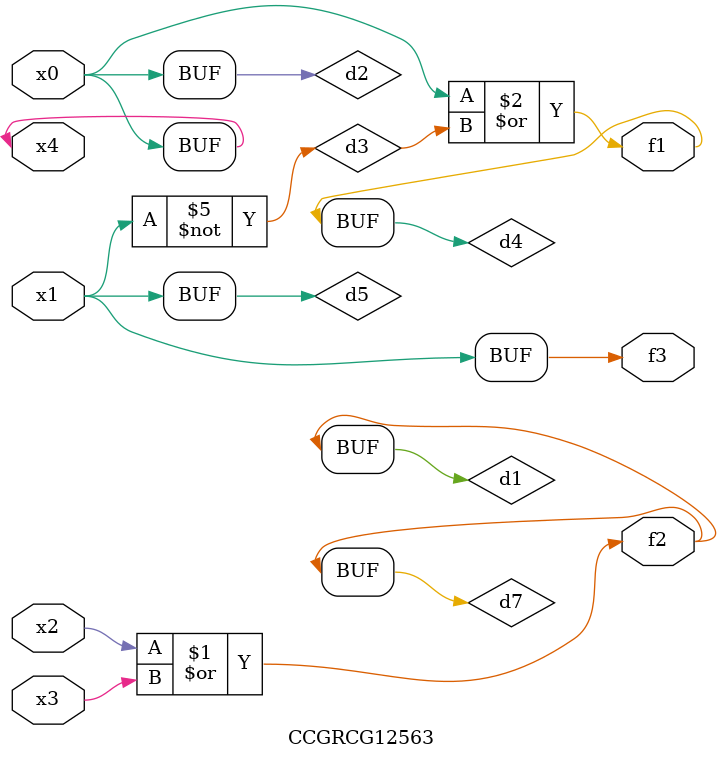
<source format=v>
module CCGRCG12563(
	input x0, x1, x2, x3, x4,
	output f1, f2, f3
);

	wire d1, d2, d3, d4, d5, d6, d7;

	or (d1, x2, x3);
	buf (d2, x0, x4);
	not (d3, x1);
	or (d4, d2, d3);
	not (d5, d3);
	nand (d6, d1, d3);
	or (d7, d1);
	assign f1 = d4;
	assign f2 = d7;
	assign f3 = d5;
endmodule

</source>
